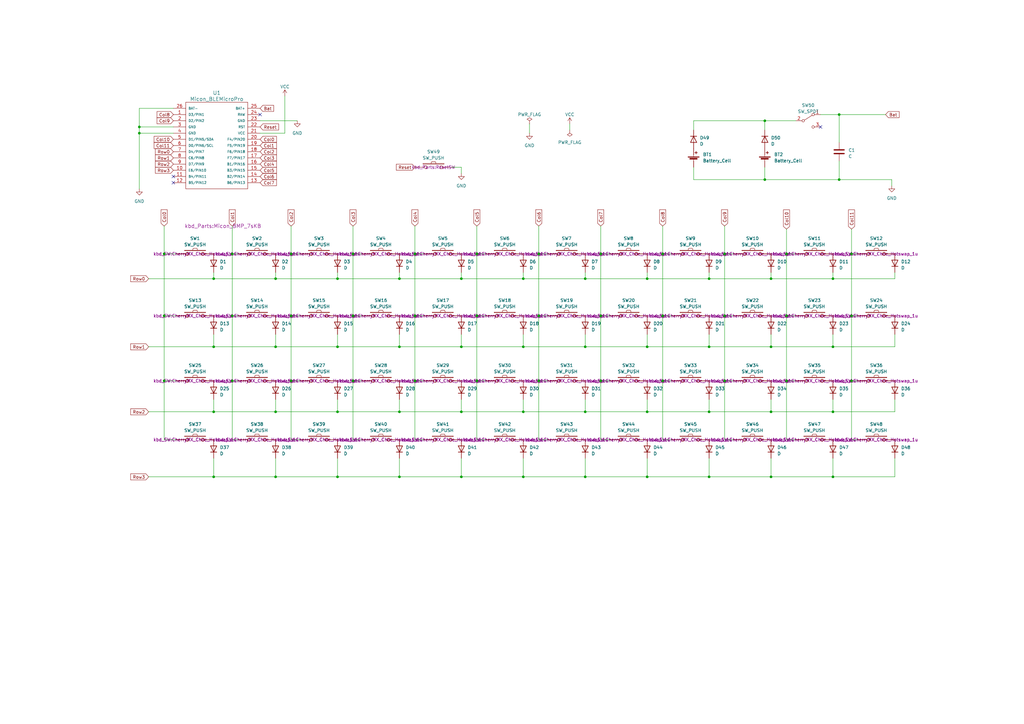
<source format=kicad_sch>
(kicad_sch (version 20230121) (generator eeschema)
  (paper "A3")
  (junction (at 163.83 168.91))
  (junction (at 189.23 195.58))
  (junction (at 57.15 54.61))
  (junction (at 113.03 114.3))
  (junction (at 240.03 195.58))
  (junction (at 119.38 156.21))
  (junction (at 297.18 104.14))
  (junction (at 189.23 114.3))
  (junction (at 316.23 168.91))
  (junction (at 163.83 114.3))
  (junction (at 316.23 142.24))
  (junction (at 144.78 104.14))
  (junction (at 322.58 156.21))
  (junction (at 113.03 195.58))
  (junction (at 138.43 142.24))
  (junction (at 138.43 168.91))
  (junction (at 246.38 156.21))
  (junction (at 144.78 129.54))
  (junction (at 271.78 129.54))
  (junction (at 344.17 73.66))
  (junction (at 297.18 129.54))
  (junction (at 87.63 142.24))
  (junction (at 119.38 104.14))
  (junction (at 297.18 156.21))
  (junction (at 138.43 114.3))
  (junction (at 195.58 129.54))
  (junction (at 265.43 142.24))
  (junction (at 341.63 142.24))
  (junction (at 113.03 142.24))
  (junction (at 290.83 168.91))
  (junction (at 240.03 168.91))
  (junction (at 240.03 114.3))
  (junction (at 271.78 104.14))
  (junction (at 214.63 195.58))
  (junction (at 220.98 156.21))
  (junction (at 163.83 195.58))
  (junction (at 341.63 195.58))
  (junction (at 95.25 129.54))
  (junction (at 240.03 142.24))
  (junction (at 170.18 104.14))
  (junction (at 144.78 156.21))
  (junction (at 87.63 168.91))
  (junction (at 246.38 104.14))
  (junction (at 271.78 156.21))
  (junction (at 220.98 129.54))
  (junction (at 119.38 129.54))
  (junction (at 265.43 195.58))
  (junction (at 195.58 104.14))
  (junction (at 290.83 195.58))
  (junction (at 57.15 52.07))
  (junction (at 113.03 168.91))
  (junction (at 322.58 129.54))
  (junction (at 95.25 156.21))
  (junction (at 322.58 104.14))
  (junction (at 138.43 195.58))
  (junction (at 189.23 142.24))
  (junction (at 195.58 156.21))
  (junction (at 67.31 104.14))
  (junction (at 349.25 129.54))
  (junction (at 67.31 156.21))
  (junction (at 290.83 114.3))
  (junction (at 349.25 104.14))
  (junction (at 95.25 104.14))
  (junction (at 189.23 168.91))
  (junction (at 313.69 73.66))
  (junction (at 67.31 129.54))
  (junction (at 170.18 129.54))
  (junction (at 87.63 114.3))
  (junction (at 214.63 142.24))
  (junction (at 265.43 168.91))
  (junction (at 341.63 168.91))
  (junction (at 265.43 114.3))
  (junction (at 290.83 142.24))
  (junction (at 163.83 142.24))
  (junction (at 87.63 195.58))
  (junction (at 246.38 129.54))
  (junction (at 349.25 156.21))
  (junction (at 170.18 156.21))
  (junction (at 220.98 104.14))
  (junction (at 214.63 168.91))
  (junction (at 316.23 114.3))
  (junction (at 316.23 195.58))
  (junction (at 214.63 114.3))
  (junction (at 341.63 114.3))
  (junction (at 344.17 46.99))
  (junction (at 313.69 49.53))
  (no_connect (at 106.68 46.99))
  (no_connect (at 71.12 72.39))
  (no_connect (at 71.12 74.93))
  (no_connect (at 336.55 52.07))
  (wire (pts (xy 341.63 168.91) (xy 367.03 168.91)))
  (wire (pts (xy 271.78 156.21) (xy 271.78 180.34)))
  (wire (pts (xy 265.43 137.16) (xy 265.43 142.24)))
  (wire (pts (xy 297.18 104.14) (xy 300.99 104.14)))
  (wire (pts (xy 290.83 111.76) (xy 290.83 114.3)))
  (wire (pts (xy 67.31 180.34) (xy 72.39 180.34)))
  (wire (pts (xy 57.15 44.45) (xy 57.15 52.07)))
  (wire (pts (xy 284.48 73.66) (xy 313.69 73.66)))
  (wire (pts (xy 113.03 187.96) (xy 113.03 195.58)))
  (wire (pts (xy 214.63 111.76) (xy 214.63 114.3)))
  (wire (pts (xy 67.31 104.14) (xy 67.31 129.54)))
  (wire (pts (xy 233.68 50.8) (xy 233.68 53.34)))
  (wire (pts (xy 195.58 156.21) (xy 195.58 180.34)))
  (wire (pts (xy 349.25 104.14) (xy 351.79 104.14)))
  (wire (pts (xy 119.38 129.54) (xy 119.38 156.21)))
  (wire (pts (xy 214.63 137.16) (xy 214.63 142.24)))
  (wire (pts (xy 322.58 104.14) (xy 322.58 129.54)))
  (wire (pts (xy 365.76 73.66) (xy 365.76 76.2)))
  (wire (pts (xy 316.23 187.96) (xy 316.23 195.58)))
  (wire (pts (xy 341.63 111.76) (xy 341.63 114.3)))
  (wire (pts (xy 220.98 104.14) (xy 224.79 104.14)))
  (wire (pts (xy 367.03 187.96) (xy 367.03 195.58)))
  (wire (pts (xy 87.63 111.76) (xy 87.63 114.3)))
  (wire (pts (xy 322.58 156.21) (xy 322.58 180.34)))
  (wire (pts (xy 290.83 195.58) (xy 316.23 195.58)))
  (wire (pts (xy 349.25 129.54) (xy 351.79 129.54)))
  (wire (pts (xy 316.23 137.16) (xy 316.23 142.24)))
  (wire (pts (xy 119.38 92.71) (xy 119.38 104.14)))
  (wire (pts (xy 170.18 129.54) (xy 173.99 129.54)))
  (wire (pts (xy 163.83 163.83) (xy 163.83 168.91)))
  (wire (pts (xy 185.42 68.58) (xy 189.23 68.58)))
  (wire (pts (xy 87.63 163.83) (xy 87.63 168.91)))
  (wire (pts (xy 220.98 180.34) (xy 224.79 180.34)))
  (wire (pts (xy 349.25 180.34) (xy 351.79 180.34)))
  (wire (pts (xy 116.84 39.37) (xy 116.84 54.61)))
  (wire (pts (xy 138.43 111.76) (xy 138.43 114.3)))
  (wire (pts (xy 95.25 180.34) (xy 97.79 180.34)))
  (wire (pts (xy 95.25 156.21) (xy 97.79 156.21)))
  (wire (pts (xy 246.38 156.21) (xy 246.38 180.34)))
  (wire (pts (xy 246.38 92.71) (xy 246.38 104.14)))
  (wire (pts (xy 220.98 156.21) (xy 224.79 156.21)))
  (wire (pts (xy 240.03 168.91) (xy 265.43 168.91)))
  (wire (pts (xy 271.78 180.34) (xy 275.59 180.34)))
  (wire (pts (xy 113.03 142.24) (xy 138.43 142.24)))
  (wire (pts (xy 195.58 92.71) (xy 195.58 104.14)))
  (wire (pts (xy 95.25 104.14) (xy 97.79 104.14)))
  (wire (pts (xy 113.03 111.76) (xy 113.03 114.3)))
  (wire (pts (xy 220.98 129.54) (xy 224.79 129.54)))
  (wire (pts (xy 144.78 92.71) (xy 144.78 104.14)))
  (wire (pts (xy 144.78 104.14) (xy 148.59 104.14)))
  (wire (pts (xy 271.78 92.71) (xy 271.78 104.14)))
  (wire (pts (xy 341.63 142.24) (xy 367.03 142.24)))
  (wire (pts (xy 67.31 156.21) (xy 72.39 156.21)))
  (wire (pts (xy 138.43 195.58) (xy 163.83 195.58)))
  (wire (pts (xy 316.23 163.83) (xy 316.23 168.91)))
  (wire (pts (xy 246.38 129.54) (xy 250.19 129.54)))
  (wire (pts (xy 240.03 187.96) (xy 240.03 195.58)))
  (wire (pts (xy 240.03 163.83) (xy 240.03 168.91)))
  (wire (pts (xy 144.78 129.54) (xy 144.78 156.21)))
  (wire (pts (xy 95.25 92.71) (xy 95.25 104.14)))
  (wire (pts (xy 284.48 49.53) (xy 313.69 49.53)))
  (wire (pts (xy 163.83 168.91) (xy 189.23 168.91)))
  (wire (pts (xy 214.63 142.24) (xy 240.03 142.24)))
  (wire (pts (xy 189.23 168.91) (xy 214.63 168.91)))
  (wire (pts (xy 316.23 195.58) (xy 341.63 195.58)))
  (wire (pts (xy 170.18 180.34) (xy 173.99 180.34)))
  (wire (pts (xy 220.98 129.54) (xy 220.98 156.21)))
  (wire (pts (xy 170.18 129.54) (xy 170.18 156.21)))
  (wire (pts (xy 297.18 156.21) (xy 300.99 156.21)))
  (wire (pts (xy 240.03 142.24) (xy 265.43 142.24)))
  (wire (pts (xy 271.78 129.54) (xy 275.59 129.54)))
  (wire (pts (xy 284.48 49.53) (xy 284.48 53.34)))
  (wire (pts (xy 170.18 92.71) (xy 170.18 104.14)))
  (wire (pts (xy 322.58 93.98) (xy 322.58 104.14)))
  (wire (pts (xy 87.63 195.58) (xy 113.03 195.58)))
  (wire (pts (xy 163.83 137.16) (xy 163.83 142.24)))
  (wire (pts (xy 313.69 49.53) (xy 326.39 49.53)))
  (wire (pts (xy 113.03 168.91) (xy 138.43 168.91)))
  (wire (pts (xy 220.98 104.14) (xy 220.98 129.54)))
  (wire (pts (xy 189.23 137.16) (xy 189.23 142.24)))
  (wire (pts (xy 290.83 142.24) (xy 316.23 142.24)))
  (wire (pts (xy 119.38 156.21) (xy 119.38 180.34)))
  (wire (pts (xy 163.83 114.3) (xy 189.23 114.3)))
  (wire (pts (xy 246.38 104.14) (xy 246.38 129.54)))
  (wire (pts (xy 195.58 156.21) (xy 199.39 156.21)))
  (wire (pts (xy 341.63 114.3) (xy 367.03 114.3)))
  (wire (pts (xy 57.15 52.07) (xy 71.12 52.07)))
  (wire (pts (xy 246.38 156.21) (xy 250.19 156.21)))
  (wire (pts (xy 322.58 129.54) (xy 326.39 129.54)))
  (wire (pts (xy 367.03 163.83) (xy 367.03 168.91)))
  (wire (pts (xy 67.31 129.54) (xy 72.39 129.54)))
  (wire (pts (xy 214.63 114.3) (xy 240.03 114.3)))
  (wire (pts (xy 119.38 180.34) (xy 123.19 180.34)))
  (wire (pts (xy 138.43 137.16) (xy 138.43 142.24)))
  (wire (pts (xy 341.63 163.83) (xy 341.63 168.91)))
  (wire (pts (xy 214.63 195.58) (xy 240.03 195.58)))
  (wire (pts (xy 170.18 156.21) (xy 170.18 180.34)))
  (wire (pts (xy 87.63 142.24) (xy 113.03 142.24)))
  (wire (pts (xy 113.03 137.16) (xy 113.03 142.24)))
  (wire (pts (xy 220.98 156.21) (xy 220.98 180.34)))
  (wire (pts (xy 367.03 137.16) (xy 367.03 142.24)))
  (wire (pts (xy 316.23 168.91) (xy 341.63 168.91)))
  (wire (pts (xy 322.58 129.54) (xy 322.58 156.21)))
  (wire (pts (xy 60.96 114.3) (xy 87.63 114.3)))
  (wire (pts (xy 265.43 187.96) (xy 265.43 195.58)))
  (wire (pts (xy 163.83 195.58) (xy 189.23 195.58)))
  (wire (pts (xy 271.78 104.14) (xy 271.78 129.54)))
  (wire (pts (xy 189.23 163.83) (xy 189.23 168.91)))
  (wire (pts (xy 336.55 46.99) (xy 344.17 46.99)))
  (wire (pts (xy 144.78 180.34) (xy 148.59 180.34)))
  (wire (pts (xy 116.84 54.61) (xy 106.68 54.61)))
  (wire (pts (xy 189.23 195.58) (xy 214.63 195.58)))
  (wire (pts (xy 290.83 114.3) (xy 316.23 114.3)))
  (wire (pts (xy 246.38 180.34) (xy 250.19 180.34)))
  (wire (pts (xy 344.17 66.04) (xy 344.17 73.66)))
  (wire (pts (xy 246.38 129.54) (xy 246.38 156.21)))
  (wire (pts (xy 113.03 163.83) (xy 113.03 168.91)))
  (wire (pts (xy 67.31 129.54) (xy 67.31 156.21)))
  (wire (pts (xy 189.23 142.24) (xy 214.63 142.24)))
  (wire (pts (xy 95.25 104.14) (xy 95.25 129.54)))
  (wire (pts (xy 316.23 142.24) (xy 341.63 142.24)))
  (wire (pts (xy 189.23 111.76) (xy 189.23 114.3)))
  (wire (pts (xy 367.03 111.76) (xy 367.03 114.3)))
  (wire (pts (xy 297.18 104.14) (xy 297.18 129.54)))
  (wire (pts (xy 246.38 104.14) (xy 250.19 104.14)))
  (wire (pts (xy 313.69 68.58) (xy 313.69 73.66)))
  (wire (pts (xy 349.25 156.21) (xy 349.25 180.34)))
  (wire (pts (xy 240.03 111.76) (xy 240.03 114.3)))
  (wire (pts (xy 60.96 168.91) (xy 87.63 168.91)))
  (wire (pts (xy 113.03 114.3) (xy 138.43 114.3)))
  (wire (pts (xy 313.69 73.66) (xy 344.17 73.66)))
  (wire (pts (xy 71.12 44.45) (xy 57.15 44.45)))
  (wire (pts (xy 87.63 168.91) (xy 113.03 168.91)))
  (wire (pts (xy 316.23 111.76) (xy 316.23 114.3)))
  (wire (pts (xy 138.43 114.3) (xy 163.83 114.3)))
  (wire (pts (xy 60.96 142.24) (xy 87.63 142.24)))
  (wire (pts (xy 138.43 142.24) (xy 163.83 142.24)))
  (wire (pts (xy 195.58 104.14) (xy 195.58 129.54)))
  (wire (pts (xy 95.25 129.54) (xy 97.79 129.54)))
  (wire (pts (xy 119.38 156.21) (xy 123.19 156.21)))
  (wire (pts (xy 119.38 104.14) (xy 123.19 104.14)))
  (wire (pts (xy 87.63 137.16) (xy 87.63 142.24)))
  (wire (pts (xy 349.25 104.14) (xy 349.25 129.54)))
  (wire (pts (xy 144.78 104.14) (xy 144.78 129.54)))
  (wire (pts (xy 119.38 129.54) (xy 123.19 129.54)))
  (wire (pts (xy 170.18 156.21) (xy 173.99 156.21)))
  (wire (pts (xy 322.58 180.34) (xy 326.39 180.34)))
  (wire (pts (xy 119.38 104.14) (xy 119.38 129.54)))
  (wire (pts (xy 214.63 187.96) (xy 214.63 195.58)))
  (wire (pts (xy 67.31 104.14) (xy 72.39 104.14)))
  (wire (pts (xy 106.68 49.53) (xy 121.92 49.53)))
  (wire (pts (xy 57.15 54.61) (xy 57.15 77.47)))
  (wire (pts (xy 290.83 137.16) (xy 290.83 142.24)))
  (wire (pts (xy 195.58 129.54) (xy 195.58 156.21)))
  (wire (pts (xy 67.31 92.71) (xy 67.31 104.14)))
  (wire (pts (xy 297.18 180.34) (xy 300.99 180.34)))
  (wire (pts (xy 297.18 156.21) (xy 297.18 180.34)))
  (wire (pts (xy 60.96 195.58) (xy 87.63 195.58)))
  (wire (pts (xy 214.63 168.91) (xy 240.03 168.91)))
  (wire (pts (xy 265.43 163.83) (xy 265.43 168.91)))
  (wire (pts (xy 189.23 114.3) (xy 214.63 114.3)))
  (wire (pts (xy 265.43 195.58) (xy 290.83 195.58)))
  (wire (pts (xy 265.43 168.91) (xy 290.83 168.91)))
  (wire (pts (xy 189.23 187.96) (xy 189.23 195.58)))
  (wire (pts (xy 344.17 46.99) (xy 344.17 58.42)))
  (wire (pts (xy 240.03 137.16) (xy 240.03 142.24)))
  (wire (pts (xy 297.18 129.54) (xy 297.18 156.21)))
  (wire (pts (xy 144.78 156.21) (xy 148.59 156.21)))
  (wire (pts (xy 220.98 92.71) (xy 220.98 104.14)))
  (wire (pts (xy 290.83 163.83) (xy 290.83 168.91)))
  (wire (pts (xy 138.43 163.83) (xy 138.43 168.91)))
  (wire (pts (xy 214.63 163.83) (xy 214.63 168.91)))
  (wire (pts (xy 195.58 129.54) (xy 199.39 129.54)))
  (wire (pts (xy 265.43 114.3) (xy 290.83 114.3)))
  (wire (pts (xy 195.58 104.14) (xy 199.39 104.14)))
  (wire (pts (xy 265.43 142.24) (xy 290.83 142.24)))
  (wire (pts (xy 189.23 68.58) (xy 189.23 71.12)))
  (wire (pts (xy 138.43 187.96) (xy 138.43 195.58)))
  (wire (pts (xy 57.15 54.61) (xy 71.12 54.61)))
  (wire (pts (xy 290.83 187.96) (xy 290.83 195.58)))
  (wire (pts (xy 322.58 104.14) (xy 326.39 104.14)))
  (wire (pts (xy 344.17 46.99) (xy 363.22 46.99)))
  (wire (pts (xy 271.78 104.14) (xy 275.59 104.14)))
  (wire (pts (xy 95.25 156.21) (xy 95.25 180.34)))
  (wire (pts (xy 95.25 129.54) (xy 95.25 156.21)))
  (wire (pts (xy 271.78 156.21) (xy 275.59 156.21)))
  (wire (pts (xy 87.63 114.3) (xy 113.03 114.3)))
  (wire (pts (xy 341.63 137.16) (xy 341.63 142.24)))
  (wire (pts (xy 290.83 168.91) (xy 316.23 168.91)))
  (wire (pts (xy 316.23 114.3) (xy 341.63 114.3)))
  (wire (pts (xy 265.43 111.76) (xy 265.43 114.3)))
  (wire (pts (xy 163.83 142.24) (xy 189.23 142.24)))
  (wire (pts (xy 344.17 73.66) (xy 365.76 73.66)))
  (wire (pts (xy 217.17 50.8) (xy 217.17 54.61)))
  (wire (pts (xy 284.48 73.66) (xy 284.48 68.58)))
  (wire (pts (xy 67.31 156.21) (xy 67.31 180.34)))
  (wire (pts (xy 170.18 104.14) (xy 173.99 104.14)))
  (wire (pts (xy 341.63 195.58) (xy 367.03 195.58)))
  (wire (pts (xy 297.18 129.54) (xy 300.99 129.54)))
  (wire (pts (xy 138.43 168.91) (xy 163.83 168.91)))
  (wire (pts (xy 163.83 111.76) (xy 163.83 114.3)))
  (wire (pts (xy 313.69 53.34) (xy 313.69 49.53)))
  (wire (pts (xy 144.78 129.54) (xy 148.59 129.54)))
  (wire (pts (xy 349.25 93.98) (xy 349.25 104.14)))
  (wire (pts (xy 170.18 104.14) (xy 170.18 129.54)))
  (wire (pts (xy 57.15 52.07) (xy 57.15 54.61)))
  (wire (pts (xy 349.25 156.21) (xy 351.79 156.21)))
  (wire (pts (xy 163.83 187.96) (xy 163.83 195.58)))
  (wire (pts (xy 341.63 187.96) (xy 341.63 195.58)))
  (wire (pts (xy 240.03 195.58) (xy 265.43 195.58)))
  (wire (pts (xy 113.03 195.58) (xy 138.43 195.58)))
  (wire (pts (xy 349.25 129.54) (xy 349.25 156.21)))
  (wire (pts (xy 297.18 92.71) (xy 297.18 104.14)))
  (wire (pts (xy 87.63 187.96) (xy 87.63 195.58)))
  (wire (pts (xy 271.78 129.54) (xy 271.78 156.21)))
  (wire (pts (xy 144.78 156.21) (xy 144.78 180.34)))
  (wire (pts (xy 322.58 156.21) (xy 326.39 156.21)))
  (wire (pts (xy 240.03 114.3) (xy 265.43 114.3)))
  (wire (pts (xy 195.58 180.34) (xy 199.39 180.34)))
  (global_label "Row0" (shape input) (at 71.12 62.23 180) (property "Intersheetrefs" "${INTERSHEET_REFS}" (effects hide)))
  (global_label "Col10" (shape input) (at 322.58 93.98 90) (property "Intersheetrefs" "${INTERSHEET_REFS}" (effects hide)))
  (global_label "Col1" (shape input) (at 95.25 92.71 90) (property "Intersheetrefs" "${INTERSHEET_REFS}" (effects hide)))
  (global_label "Reset" (shape input) (at 170.18 68.58 180) (property "Intersheetrefs" "${INTERSHEET_REFS}" (effects hide)))
  (global_label "Col0" (shape input) (at 67.31 92.71 90) (property "Intersheetrefs" "${INTERSHEET_REFS}" (effects hide)))
  (global_label "Col8" (shape input) (at 71.12 46.99 180) (property "Intersheetrefs" "${INTERSHEET_REFS}" (effects hide)))
  (global_label "Bat" (shape input) (at 106.68 44.45 0) (property "Intersheetrefs" "${INTERSHEET_REFS}" (effects hide)))
  (global_label "Col4" (shape input) (at 170.18 92.71 90) (property "Intersheetrefs" "${INTERSHEET_REFS}" (effects hide)))
  (global_label "Col9" (shape input) (at 297.18 92.71 90) (property "Intersheetrefs" "${INTERSHEET_REFS}" (effects hide)))
  (global_label "Col0" (shape input) (at 106.68 57.15 0) (property "Intersheetrefs" "${INTERSHEET_REFS}" (effects hide)))
  (global_label "Col6" (shape input) (at 220.98 92.71 90) (property "Intersheetrefs" "${INTERSHEET_REFS}" (effects hide)))
  (global_label "Col10" (shape input) (at 71.12 57.15 180) (property "Intersheetrefs" "${INTERSHEET_REFS}" (effects hide)))
  (global_label "Row3" (shape input) (at 60.96 195.58 180) (property "Intersheetrefs" "${INTERSHEET_REFS}" (effects hide)))
  (global_label "Row2" (shape input) (at 60.96 168.91 180) (property "Intersheetrefs" "${INTERSHEET_REFS}" (effects hide)))
  (global_label "Col6" (shape input) (at 106.68 72.39 0) (property "Intersheetrefs" "${INTERSHEET_REFS}" (effects hide)))
  (global_label "Col2" (shape input) (at 119.38 92.71 90) (property "Intersheetrefs" "${INTERSHEET_REFS}" (effects hide)))
  (global_label "Col3" (shape input) (at 144.78 92.71 90) (property "Intersheetrefs" "${INTERSHEET_REFS}" (effects hide)))
  (global_label "Bat" (shape input) (at 363.22 46.99 0) (property "Intersheetrefs" "${INTERSHEET_REFS}" (effects hide)))
  (global_label "Row1" (shape input) (at 71.12 64.77 180) (property "Intersheetrefs" "${INTERSHEET_REFS}" (effects hide)))
  (global_label "Row2" (shape input) (at 71.12 67.31 180) (property "Intersheetrefs" "${INTERSHEET_REFS}" (effects hide)))
  (global_label "Row3" (shape input) (at 71.12 69.85 180) (property "Intersheetrefs" "${INTERSHEET_REFS}" (effects hide)))
  (global_label "Col11" (shape input) (at 349.25 93.98 90) (property "Intersheetrefs" "${INTERSHEET_REFS}" (effects hide)))
  (global_label "Col3" (shape input) (at 106.68 64.77 0) (property "Intersheetrefs" "${INTERSHEET_REFS}" (effects hide)))
  (global_label "Col5" (shape input) (at 106.68 69.85 0) (property "Intersheetrefs" "${INTERSHEET_REFS}" (effects hide)))
  (global_label "Row0" (shape input) (at 60.96 114.3 180) (property "Intersheetrefs" "${INTERSHEET_REFS}" (effects hide)))
  (global_label "Col11" (shape input) (at 71.12 59.69 180) (property "Intersheetrefs" "${INTERSHEET_REFS}" (effects hide)))
  (global_label "Col5" (shape input) (at 195.58 92.71 90) (property "Intersheetrefs" "${INTERSHEET_REFS}" (effects hide)))
  (global_label "Col7" (shape input) (at 246.38 92.71 90) (property "Intersheetrefs" "${INTERSHEET_REFS}" (effects hide)))
  (global_label "Col9" (shape input) (at 71.12 49.53 180) (property "Intersheetrefs" "${INTERSHEET_REFS}" (effects hide)))
  (global_label "Col8" (shape input) (at 271.78 92.71 90) (property "Intersheetrefs" "${INTERSHEET_REFS}" (effects hide)))
  (global_label "Reset" (shape input) (at 106.68 52.07 0) (property "Intersheetrefs" "${INTERSHEET_REFS}" (effects hide)))
  (global_label "Col2" (shape input) (at 106.68 62.23 0) (property "Intersheetrefs" "${INTERSHEET_REFS}" (effects hide)))
  (global_label "Col4" (shape input) (at 106.68 67.31 0) (property "Intersheetrefs" "${INTERSHEET_REFS}" (effects hide)))
  (global_label "Col7" (shape input) (at 106.68 74.93 0) (property "Intersheetrefs" "${INTERSHEET_REFS}" (effects hide)))
  (global_label "Col1" (shape input) (at 106.68 59.69 0) (property "Intersheetrefs" "${INTERSHEET_REFS}" (effects hide)))
  (global_label "Row1" (shape input) (at 60.96 142.24 180) (property "Intersheetrefs" "${INTERSHEET_REFS}" (effects hide)))
  (symbol (lib_id "kbd:SW_PUSH") (at 257.81 180.34 0) (unit 1)
    (property "Reference" "SW44" (at 257.81 173.99 0))
    (property "Value" "SW_PUSH" (at 257.81 176.53 0))
    (property "Footprint" "kbd_SW:CherryMX_Choc_Hotswap_1u" (at 257.81 180.34 0))
  )
  (symbol (lib_id "Device:D") (at 290.83 107.95 90) (unit 1)
    (property "Reference" "D9" (at 293.37 107.315 90) (effects (justify right)))
    (property "Value" "D" (at 293.37 109.855 90) (effects (justify right)))
    (property "Footprint" "kbd_Parts:Diode_SMD" (effects hide))
    (property "Sim.Device" "D" (effects hide))
    (property "Sim.Pins" "1=K 2=A" (effects hide))
  )
  (symbol (lib_id "Device:D") (at 189.23 160.02 90) (unit 1)
    (property "Reference" "D29" (at 191.77 159.385 90) (effects (justify right)))
    (property "Value" "D" (at 191.77 161.925 90) (effects (justify right)))
    (property "Footprint" "kbd_Parts:Diode_SMD" (effects hide))
    (property "Sim.Device" "D" (effects hide))
    (property "Sim.Pins" "1=K 2=A" (effects hide))
  )
  (symbol (lib_id "kbd:SW_PUSH") (at 156.21 156.21 0) (unit 1)
    (property "Reference" "SW28" (at 156.21 149.86 0))
    (property "Value" "SW_PUSH" (at 156.21 152.4 0))
    (property "Footprint" "kbd_SW:CherryMX_Choc_Hotswap_1u" (at 156.21 156.21 0))
  )
  (symbol (lib_id "kbd:SW_PUSH") (at 177.8 68.58 0) (unit 1)
    (property "Reference" "SW49" (at 177.8 62.23 0))
    (property "Value" "SW_PUSH" (at 177.8 64.77 0))
    (property "Footprint" "kbd_Parts:ResetSW" (at 177.8 68.58 0))
  )
  (symbol (lib_id "Device:D") (at 214.63 133.35 90) (unit 1)
    (property "Reference" "D18" (at 217.17 132.715 90) (effects (justify right)))
    (property "Value" "D" (at 217.17 135.255 90) (effects (justify right)))
    (property "Footprint" "kbd_Parts:Diode_SMD" (effects hide))
    (property "Sim.Device" "D" (effects hide))
    (property "Sim.Pins" "1=K 2=A" (effects hide))
  )
  (symbol (lib_id "power:GND") (at 217.17 54.61 0) (unit 1)
    (property "Reference" "#PWR04" (effects hide))
    (property "Value" "GND" (at 217.17 59.69 0))
  )
  (symbol (lib_id "power:GND") (at 189.23 71.12 0) (unit 1)
    (property "Reference" "#PWR07" (effects hide))
    (property "Value" "GND" (at 189.23 76.2 0))
  )
  (symbol (lib_id "Salicylic_kbd:Micon_BLEMicroPro") (at 88.9 66.04 0) (unit 1)
    (property "Reference" "U1" (at 88.9 38.1 0) (effects (font (size 1.524 1.524))))
    (property "Value" "Micon_BLEMicroPro" (at 88.9 40.64 0) (effects (font (size 1.524 1.524))))
    (property "Footprint" "kbd_Parts:Micon_BMP_7sKB" (at 91.44 92.71 0) (effects (font (size 1.524 1.524))))
  )
  (symbol (lib_id "kbd:SW_PUSH") (at 207.01 180.34 0) (unit 1)
    (property "Reference" "SW42" (at 207.01 173.99 0))
    (property "Value" "SW_PUSH" (at 207.01 176.53 0))
    (property "Footprint" "kbd_SW:CherryMX_Choc_Hotswap_1u" (at 207.01 180.34 0))
  )
  (symbol (lib_id "kbd:SW_PUSH") (at 130.81 156.21 0) (unit 1)
    (property "Reference" "SW27" (at 130.81 149.86 0))
    (property "Value" "SW_PUSH" (at 130.81 152.4 0))
    (property "Footprint" "kbd_SW:CherryMX_Choc_Hotswap_1u" (at 130.81 156.21 0))
  )
  (symbol (lib_id "Device:D") (at 113.03 107.95 90) (unit 1)
    (property "Reference" "D2" (at 115.57 107.315 90) (effects (justify right)))
    (property "Value" "D" (at 115.57 109.855 90) (effects (justify right)))
    (property "Footprint" "kbd_Parts:Diode_SMD" (effects hide))
    (property "Sim.Device" "D" (effects hide))
    (property "Sim.Pins" "1=K 2=A" (effects hide))
  )
  (symbol (lib_id "power:GND") (at 121.92 49.53 0) (unit 1)
    (property "Reference" "#PWR03" (effects hide))
    (property "Value" "GND" (at 121.92 54.61 0))
  )
  (symbol (lib_id "kbd:SW_PUSH") (at 130.81 104.14 0) (unit 1)
    (property "Reference" "SW3" (at 130.81 97.79 0))
    (property "Value" "SW_PUSH" (at 130.81 100.33 0))
    (property "Footprint" "kbd_SW:CherryMX_Choc_Hotswap_1u" (at 130.81 104.14 0))
  )
  (symbol (lib_id "Switch:SW_SPDT") (at 331.47 49.53 0) (unit 1)
    (property "Reference" "SW50" (at 331.47 43.18 0))
    (property "Value" "SW_SPDT" (at 331.47 45.72 0))
    (property "Footprint" "kbd_Parts:TGSW_MSK-12D19" (effects hide))
  )
  (symbol (lib_id "Device:D") (at 367.03 160.02 90) (unit 1)
    (property "Reference" "D36" (at 369.57 159.385 90) (effects (justify right)))
    (property "Value" "D" (at 369.57 161.925 90) (effects (justify right)))
    (property "Footprint" "kbd_Parts:Diode_SMD" (effects hide))
    (property "Sim.Device" "D" (effects hide))
    (property "Sim.Pins" "1=K 2=A" (effects hide))
  )
  (symbol (lib_id "Device:D") (at 163.83 107.95 90) (unit 1)
    (property "Reference" "D4" (at 166.37 107.315 90) (effects (justify right)))
    (property "Value" "D" (at 166.37 109.855 90) (effects (justify right)))
    (property "Footprint" "kbd_Parts:Diode_SMD" (effects hide))
    (property "Sim.Device" "D" (effects hide))
    (property "Sim.Pins" "1=K 2=A" (effects hide))
  )
  (symbol (lib_id "Device:D") (at 214.63 107.95 90) (unit 1)
    (property "Reference" "D6" (at 217.17 107.315 90) (effects (justify right)))
    (property "Value" "D" (at 217.17 109.855 90) (effects (justify right)))
    (property "Footprint" "kbd_Parts:Diode_SMD" (effects hide))
    (property "Sim.Device" "D" (effects hide))
    (property "Sim.Pins" "1=K 2=A" (effects hide))
  )
  (symbol (lib_id "kbd:SW_PUSH") (at 181.61 129.54 0) (unit 1)
    (property "Reference" "SW17" (at 181.61 123.19 0))
    (property "Value" "SW_PUSH" (at 181.61 125.73 0))
    (property "Footprint" "kbd_SW:CherryMX_Choc_Hotswap_1u" (at 181.61 129.54 0))
  )
  (symbol (lib_id "Device:D") (at 367.03 107.95 90) (unit 1)
    (property "Reference" "D12" (at 369.57 107.315 90) (effects (justify right)))
    (property "Value" "D" (at 369.57 109.855 90) (effects (justify right)))
    (property "Footprint" "kbd_Parts:Diode_SMD" (effects hide))
    (property "Sim.Device" "D" (effects hide))
    (property "Sim.Pins" "1=K 2=A" (effects hide))
  )
  (symbol (lib_id "kbd:SW_PUSH") (at 359.41 129.54 0) (unit 1)
    (property "Reference" "SW24" (at 359.41 123.19 0))
    (property "Value" "SW_PUSH" (at 359.41 125.73 0))
    (property "Footprint" "kbd_SW:CherryMX_Choc_Hotswap_1u" (at 359.41 129.54 0))
  )
  (symbol (lib_id "kbd:SW_PUSH") (at 257.81 104.14 0) (unit 1)
    (property "Reference" "SW8" (at 257.81 97.79 0))
    (property "Value" "SW_PUSH" (at 257.81 100.33 0))
    (property "Footprint" "kbd_SW:CherryMX_Choc_Hotswap_1u" (at 257.81 104.14 0))
  )
  (symbol (lib_id "Device:C") (at 344.17 62.23 0) (unit 1)
    (property "Reference" "C1" (at 347.98 61.595 0) (effects (justify left)))
    (property "Value" "C" (at 347.98 64.135 0) (effects (justify left)))
    (property "Footprint" "kbd_Parts:Capacitor_1206" (effects hide))
  )
  (symbol (lib_id "Device:D") (at 163.83 184.15 90) (unit 1)
    (property "Reference" "D40" (at 166.37 183.515 90) (effects (justify right)))
    (property "Value" "D" (at 166.37 186.055 90) (effects (justify right)))
    (property "Footprint" "kbd_Parts:Diode_SMD" (effects hide))
    (property "Sim.Device" "D" (effects hide))
    (property "Sim.Pins" "1=K 2=A" (effects hide))
  )
  (symbol (lib_id "kbd:SW_PUSH") (at 80.01 180.34 0) (unit 1)
    (property "Reference" "SW37" (at 80.01 173.99 0))
    (property "Value" "SW_PUSH" (at 80.01 176.53 0))
    (property "Footprint" "kbd_SW:CherryMX_Choc_Hotswap_1u" (at 80.01 180.34 0))
  )
  (symbol (lib_id "power:GND") (at 57.15 77.47 0) (unit 1)
    (property "Reference" "#PWR01" (effects hide))
    (property "Value" "GND" (at 57.15 82.55 0))
  )
  (symbol (lib_id "kbd:SW_PUSH") (at 283.21 180.34 0) (unit 1)
    (property "Reference" "SW45" (at 283.21 173.99 0))
    (property "Value" "SW_PUSH" (at 283.21 176.53 0))
    (property "Footprint" "kbd_SW:CherryMX_Choc_Hotswap_1u" (at 283.21 180.34 0))
  )
  (symbol (lib_id "Device:D") (at 265.43 160.02 90) (unit 1)
    (property "Reference" "D32" (at 267.97 159.385 90) (effects (justify right)))
    (property "Value" "D" (at 267.97 161.925 90) (effects (justify right)))
    (property "Footprint" "kbd_Parts:Diode_SMD" (effects hide))
    (property "Sim.Device" "D" (effects hide))
    (property "Sim.Pins" "1=K 2=A" (effects hide))
  )
  (symbol (lib_id "Device:D") (at 341.63 107.95 90) (unit 1)
    (property "Reference" "D11" (at 344.17 107.315 90) (effects (justify right)))
    (property "Value" "D" (at 344.17 109.855 90) (effects (justify right)))
    (property "Footprint" "kbd_Parts:Diode_SMD" (effects hide))
    (property "Sim.Device" "D" (effects hide))
    (property "Sim.Pins" "1=K 2=A" (effects hide))
  )
  (symbol (lib_id "power:PWR_FLAG") (at 233.68 53.34 180) (unit 1)
    (property "Reference" "#FLG02" (effects hide))
    (property "Value" "PWR_FLAG" (at 233.68 58.42 0))
  )
  (symbol (lib_id "kbd:SW_PUSH") (at 283.21 104.14 0) (unit 1)
    (property "Reference" "SW9" (at 283.21 97.79 0))
    (property "Value" "SW_PUSH" (at 283.21 100.33 0))
    (property "Footprint" "kbd_SW:CherryMX_Choc_Hotswap_1u" (at 283.21 104.14 0))
  )
  (symbol (lib_id "kbd:SW_PUSH") (at 257.81 156.21 0) (unit 1)
    (property "Reference" "SW32" (at 257.81 149.86 0))
    (property "Value" "SW_PUSH" (at 257.81 152.4 0))
    (property "Footprint" "kbd_SW:CherryMX_Choc_Hotswap_1u" (at 257.81 156.21 0))
  )
  (symbol (lib_id "Device:D") (at 313.69 57.15 270) (unit 1)
    (property "Reference" "D50" (at 316.23 56.515 90) (effects (justify left)))
    (property "Value" "D" (at 316.23 59.055 90) (effects (justify left)))
    (property "Footprint" "kbd_Parts:Diode_SMD" (effects hide))
    (property "Sim.Device" "D" (effects hide))
    (property "Sim.Pins" "1=K 2=A" (effects hide))
  )
  (symbol (lib_id "Device:D") (at 284.48 57.15 270) (unit 1)
    (property "Reference" "D49" (at 287.02 56.515 90) (effects (justify left)))
    (property "Value" "D" (at 287.02 59.055 90) (effects (justify left)))
    (property "Footprint" "kbd_Parts:Diode_SMD" (effects hide))
    (property "Sim.Device" "D" (effects hide))
    (property "Sim.Pins" "1=K 2=A" (effects hide))
  )
  (symbol (lib_id "Device:D") (at 87.63 107.95 90) (unit 1)
    (property "Reference" "D1" (at 90.17 107.315 90) (effects (justify right)))
    (property "Value" "D" (at 90.17 109.855 90) (effects (justify right)))
    (property "Footprint" "kbd_Parts:Diode_SMD" (effects hide))
    (property "Sim.Device" "D" (effects hide))
    (property "Sim.Pins" "1=K 2=A" (effects hide))
  )
  (symbol (lib_id "kbd:SW_PUSH") (at 232.41 156.21 0) (unit 1)
    (property "Reference" "SW31" (at 232.41 149.86 0))
    (property "Value" "SW_PUSH" (at 232.41 152.4 0))
    (property "Footprint" "kbd_SW:CherryMX_Choc_Hotswap_1u" (at 232.41 156.21 0))
  )
  (symbol (lib_id "Device:D") (at 189.23 107.95 90) (unit 1)
    (property "Reference" "D5" (at 191.77 107.315 90) (effects (justify right)))
    (property "Value" "D" (at 191.77 109.855 90) (effects (justify right)))
    (property "Footprint" "kbd_Parts:Diode_SMD" (effects hide))
    (property "Sim.Device" "D" (effects hide))
    (property "Sim.Pins" "1=K 2=A" (effects hide))
  )
  (symbol (lib_id "kbd:SW_PUSH") (at 130.81 180.34 0) (unit 1)
    (property "Reference" "SW39" (at 130.81 173.99 0))
    (property "Value" "SW_PUSH" (at 130.81 176.53 0))
    (property "Footprint" "kbd_SW:CherryMX_Choc_Hotswap_1u" (at 130.81 180.34 0))
  )
  (symbol (lib_id "kbd:SW_PUSH") (at 257.81 129.54 0) (unit 1)
    (property "Reference" "SW20" (at 257.81 123.19 0))
    (property "Value" "SW_PUSH" (at 257.81 125.73 0))
    (property "Footprint" "kbd_SW:CherryMX_Choc_Hotswap_1u" (at 257.81 129.54 0))
  )
  (symbol (lib_id "kbd:SW_PUSH") (at 232.41 104.14 0) (unit 1)
    (property "Reference" "SW7" (at 232.41 97.79 0))
    (property "Value" "SW_PUSH" (at 232.41 100.33 0))
    (property "Footprint" "kbd_SW:CherryMX_Choc_Hotswap_1u" (at 232.41 104.14 0))
  )
  (symbol (lib_id "Device:D") (at 341.63 160.02 90) (unit 1)
    (property "Reference" "D35" (at 344.17 159.385 90) (effects (justify right)))
    (property "Value" "D" (at 344.17 161.925 90) (effects (justify right)))
    (property "Footprint" "kbd_Parts:Diode_SMD" (effects hide))
    (property "Sim.Device" "D" (effects hide))
    (property "Sim.Pins" "1=K 2=A" (effects hide))
  )
  (symbol (lib_id "Device:D") (at 265.43 133.35 90) (unit 1)
    (property "Reference" "D20" (at 267.97 132.715 90) (effects (justify right)))
    (property "Value" "D" (at 267.97 135.255 90) (effects (justify right)))
    (property "Footprint" "kbd_Parts:Diode_SMD" (effects hide))
    (property "Sim.Device" "D" (effects hide))
    (property "Sim.Pins" "1=K 2=A" (effects hide))
  )
  (symbol (lib_id "kbd:SW_PUSH") (at 207.01 104.14 0) (unit 1)
    (property "Reference" "SW6" (at 207.01 97.79 0))
    (property "Value" "SW_PUSH" (at 207.01 100.33 0))
    (property "Footprint" "kbd_SW:CherryMX_Choc_Hotswap_1u" (at 207.01 104.14 0))
  )
  (symbol (lib_id "kbd:SW_PUSH") (at 232.41 180.34 0) (unit 1)
    (property "Reference" "SW43" (at 232.41 173.99 0))
    (property "Value" "SW_PUSH" (at 232.41 176.53 0))
    (property "Footprint" "kbd_SW:CherryMX_Choc_Hotswap_1u" (at 232.41 180.34 0))
  )
  (symbol (lib_id "kbd:SW_PUSH") (at 283.21 129.54 0) (unit 1)
    (property "Reference" "SW21" (at 283.21 123.19 0))
    (property "Value" "SW_PUSH" (at 283.21 125.73 0))
    (property "Footprint" "kbd_SW:CherryMX_Choc_Hotswap_1u" (at 283.21 129.54 0))
  )
  (symbol (lib_id "kbd:SW_PUSH") (at 359.41 156.21 0) (unit 1)
    (property "Reference" "SW36" (at 359.41 149.86 0))
    (property "Value" "SW_PUSH" (at 359.41 152.4 0))
    (property "Footprint" "kbd_SW:CherryMX_Choc_Hotswap_1u" (at 359.41 156.21 0))
  )
  (symbol (lib_id "Device:Battery_Cell") (at 313.69 66.04 0) (unit 1)
    (property "Reference" "BT2" (at 317.5 63.373 0) (effects (justify left)))
    (property "Value" "Battery_Cell" (at 317.5 65.913 0) (effects (justify left)))
    (property "Footprint" "kbd_Parts:Battery_ali_CR1632" (effects hide))
  )
  (symbol (lib_id "Device:D") (at 138.43 184.15 90) (unit 1)
    (property "Reference" "D39" (at 140.97 183.515 90) (effects (justify right)))
    (property "Value" "D" (at 140.97 186.055 90) (effects (justify right)))
    (property "Footprint" "kbd_Parts:Diode_SMD" (effects hide))
    (property "Sim.Device" "D" (effects hide))
    (property "Sim.Pins" "1=K 2=A" (effects hide))
  )
  (symbol (lib_id "Device:D") (at 341.63 133.35 90) (unit 1)
    (property "Reference" "D23" (at 344.17 132.715 90) (effects (justify right)))
    (property "Value" "D" (at 344.17 135.255 90) (effects (justify right)))
    (property "Footprint" "kbd_Parts:Diode_SMD" (effects hide))
    (property "Sim.Device" "D" (effects hide))
    (property "Sim.Pins" "1=K 2=A" (effects hide))
  )
  (symbol (lib_id "kbd:SW_PUSH") (at 232.41 129.54 0) (unit 1)
    (property "Reference" "SW19" (at 232.41 123.19 0))
    (property "Value" "SW_PUSH" (at 232.41 125.73 0))
    (property "Footprint" "kbd_SW:CherryMX_Choc_Hotswap_1u" (at 232.41 129.54 0))
  )
  (symbol (lib_id "kbd:SW_PUSH") (at 80.01 104.14 0) (unit 1)
    (property "Reference" "SW1" (at 80.01 97.79 0))
    (property "Value" "SW_PUSH" (at 80.01 100.33 0))
    (property "Footprint" "kbd_SW:CherryMX_Choc_Hotswap_1u" (at 80.01 104.14 0))
  )
  (symbol (lib_id "Device:D") (at 138.43 133.35 90) (unit 1)
    (property "Reference" "D15" (at 140.97 132.715 90) (effects (justify right)))
    (property "Value" "D" (at 140.97 135.255 90) (effects (justify right)))
    (property "Footprint" "kbd_Parts:Diode_SMD" (effects hide))
    (property "Sim.Device" "D" (effects hide))
    (property "Sim.Pins" "1=K 2=A" (effects hide))
  )
  (symbol (lib_id "kbd:SW_PUSH") (at 334.01 129.54 0) (unit 1)
    (property "Reference" "SW23" (at 334.01 123.19 0))
    (property "Value" "SW_PUSH" (at 334.01 125.73 0))
    (property "Footprint" "kbd_SW:CherryMX_Choc_Hotswap_1u" (at 334.01 129.54 0))
  )
  (symbol (lib_id "Device:Battery_Cell") (at 284.48 66.04 0) (unit 1)
    (property "Reference" "BT1" (at 288.29 63.373 0) (effects (justify left)))
    (property "Value" "Battery_Cell" (at 288.29 65.913 0) (effects (justify left)))
    (property "Footprint" "kbd_Parts:Battery_ali_CR1632" (effects hide))
  )
  (symbol (lib_id "Device:D") (at 240.03 160.02 90) (unit 1)
    (property "Reference" "D31" (at 242.57 159.385 90) (effects (justify right)))
    (property "Value" "D" (at 242.57 161.925 90) (effects (justify right)))
    (property "Footprint" "kbd_Parts:Diode_SMD" (effects hide))
    (property "Sim.Device" "D" (effects hide))
    (property "Sim.Pins" "1=K 2=A" (effects hide))
  )
  (symbol (lib_id "Device:D") (at 341.63 184.15 90) (unit 1)
    (property "Reference" "D47" (at 344.17 183.515 90) (effects (justify right)))
    (property "Value" "D" (at 344.17 186.055 90) (effects (justify right)))
    (property "Footprint" "kbd_Parts:Diode_SMD" (effects hide))
    (property "Sim.Device" "D" (effects hide))
    (property "Sim.Pins" "1=K 2=A" (effects hide))
  )
  (symbol (lib_id "Device:D") (at 214.63 160.02 90) (unit 1)
    (property "Reference" "D30" (at 217.17 159.385 90) (effects (justify right)))
    (property "Value" "D" (at 217.17 161.925 90) (effects (justify right)))
    (property "Footprint" "kbd_Parts:Diode_SMD" (effects hide))
    (property "Sim.Device" "D" (effects hide))
    (property "Sim.Pins" "1=K 2=A" (effects hide))
  )
  (symbol (lib_id "Device:D") (at 189.23 133.35 90) (unit 1)
    (property "Reference" "D17" (at 191.77 132.715 90) (effects (justify right)))
    (property "Value" "D" (at 191.77 135.255 90) (effects (justify right)))
    (property "Footprint" "kbd_Parts:Diode_SMD" (effects hide))
    (property "Sim.Device" "D" (effects hide))
    (property "Sim.Pins" "1=K 2=A" (effects hide))
  )
  (symbol (lib_id "Device:D") (at 214.63 184.15 90) (unit 1)
    (property "Reference" "D42" (at 217.17 183.515 90) (effects (justify right)))
    (property "Value" "D" (at 217.17 186.055 90) (effects (justify right)))
    (property "Footprint" "kbd_Parts:Diode_SMD" (effects hide))
    (property "Sim.Device" "D" (effects hide))
    (property "Sim.Pins" "1=K 2=A" (effects hide))
  )
  (symbol (lib_id "kbd:SW_PUSH") (at 156.21 104.14 0) (unit 1)
    (property "Reference" "SW4" (at 156.21 97.79 0))
    (property "Value" "SW_PUSH" (at 156.21 100.33 0))
    (property "Footprint" "kbd_SW:CherryMX_Choc_Hotswap_1u" (at 156.21 104.14 0))
  )
  (symbol (lib_id "kbd:SW_PUSH") (at 308.61 156.21 0) (unit 1)
    (property "Reference" "SW34" (at 308.61 149.86 0))
    (property "Value" "SW_PUSH" (at 308.61 152.4 0))
    (property "Footprint" "kbd_SW:CherryMX_Choc_Hotswap_1u" (at 308.61 156.21 0))
  )
  (symbol (lib_id "power:VCC") (at 233.68 50.8 0) (unit 1)
    (property "Reference" "#PWR06" (effects hide))
    (property "Value" "VCC" (at 233.68 46.99 0))
  )
  (symbol (lib_id "Device:D") (at 290.83 133.35 90) (unit 1)
    (property "Reference" "D21" (at 293.37 132.715 90) (effects (justify right)))
    (property "Value" "D" (at 293.37 135.255 90) (effects (justify right)))
    (property "Footprint" "kbd_Parts:Diode_SMD" (effects hide))
    (property "Sim.Device" "D" (effects hide))
    (property "Sim.Pins" "1=K 2=A" (effects hide))
  )
  (symbol (lib_id "Device:D") (at 367.03 184.15 90) (unit 1)
    (property "Reference" "D48" (at 369.57 183.515 90) (effects (justify right)))
    (property "Value" "D" (at 369.57 186.055 90) (effects (justify right)))
    (property "Footprint" "kbd_Parts:Diode_SMD" (effects hide))
    (property "Sim.Device" "D" (effects hide))
    (property "Sim.Pins" "1=K 2=A" (effects hide))
  )
  (symbol (lib_id "kbd:SW_PUSH") (at 207.01 129.54 0) (unit 1)
    (property "Reference" "SW18" (at 207.01 123.19 0))
    (property "Value" "SW_PUSH" (at 207.01 125.73 0))
    (property "Footprint" "kbd_SW:CherryMX_Choc_Hotswap_1u" (at 207.01 129.54 0))
  )
  (symbol (lib_id "Device:D") (at 189.23 184.15 90) (unit 1)
    (property "Reference" "D41" (at 191.77 183.515 90) (effects (justify right)))
    (property "Value" "D" (at 191.77 186.055 90) (effects (justify right)))
    (property "Footprint" "kbd_Parts:Diode_SMD" (effects hide))
    (property "Sim.Device" "D" (effects hide))
    (property "Sim.Pins" "1=K 2=A" (effects hide))
  )
  (symbol (lib_id "Device:D") (at 113.03 160.02 90) (unit 1)
    (property "Reference" "D26" (at 115.57 159.385 90) (effects (justify right)))
    (property "Value" "D" (at 115.57 161.925 90) (effects (justify right)))
    (property "Footprint" "kbd_Parts:Diode_SMD" (effects hide))
    (property "Sim.Device" "D" (effects hide))
    (property "Sim.Pins" "1=K 2=A" (effects hide))
  )
  (symbol (lib_id "kbd:SW_PUSH") (at 181.61 104.14 0) (unit 1)
    (property "Reference" "SW5" (at 181.61 97.79 0))
    (property "Value" "SW_PUSH" (at 181.61 100.33 0))
    (property "Footprint" "kbd_SW:CherryMX_Choc_Hotswap_1u" (at 181.61 104.14 0))
  )
  (symbol (lib_id "kbd:SW_PUSH") (at 156.21 180.34 0) (unit 1)
    (property "Reference" "SW40" (at 156.21 173.99 0))
    (property "Value" "SW_PUSH" (at 156.21 176.53 0))
    (property "Footprint" "kbd_SW:CherryMX_Choc_Hotswap_1u" (at 156.21 180.34 0))
  )
  (symbol (lib_id "kbd:SW_PUSH") (at 105.41 156.21 0) (unit 1)
    (property "Reference" "SW26" (at 105.41 149.86 0))
    (property "Value" "SW_PUSH" (at 105.41 152.4 0))
    (property "Footprint" "kbd_SW:CherryMX_Choc_Hotswap_1u" (at 105.41 156.21 0))
  )
  (symbol (lib_id "kbd:SW_PUSH") (at 308.61 104.14 0) (unit 1)
    (property "Reference" "SW10" (at 308.61 97.79 0))
    (property "Value" "SW_PUSH" (at 308.61 100.33 0))
    (property "Footprint" "kbd_SW:CherryMX_Choc_Hotswap_1u" (at 308.61 104.14 0))
  )
  (symbol (lib_id "kbd:SW_PUSH") (at 130.81 129.54 0) (unit 1)
    (property "Reference" "SW15" (at 130.81 123.19 0))
    (property "Value" "SW_PUSH" (at 130.81 125.73 0))
    (property "Footprint" "kbd_SW:CherryMX_Choc_Hotswap_1u" (at 130.81 129.54 0))
  )
  (symbol (lib_id "Device:D") (at 240.03 184.15 90) (unit 1)
    (property "Reference" "D43" (at 242.57 183.515 90) (effects (justify right)))
    (property "Value" "D" (at 242.57 186.055 90) (effects (justify right)))
    (property "Footprint" "kbd_Parts:Diode_SMD" (effects hide))
    (property "Sim.Device" "D" (effects hide))
    (property "Sim.Pins" "1=K 2=A" (effects hide))
  )
  (symbol (lib_id "Device:D") (at 367.03 133.35 90) (unit 1)
    (property "Reference" "D24" (at 369.57 132.715 90) (effects (justify right)))
    (property "Value" "D" (at 369.57 135.255 90) (effects (justify right)))
    (property "Footprint" "kbd_Parts:Diode_SMD" (effects hide))
    (property "Sim.Device" "D" (effects hide))
    (property "Sim.Pins" "1=K 2=A" (effects hide))
  )
  (symbol (lib_id "kbd:SW_PUSH") (at 105.41 104.14 0) (unit 1)
    (property "Reference" "SW2" (at 105.41 97.79 0))
    (property "Value" "SW_PUSH" (at 105.41 100.33 0))
    (property "Footprint" "kbd_SW:CherryMX_Choc_Hotswap_1u" (at 105.41 104.14 0))
  )
  (symbol (lib_id "kbd:SW_PUSH") (at 181.61 156.21 0) (unit 1)
    (property "Reference" "SW29" (at 181.61 149.86 0))
    (property "Value" "SW_PUSH" (at 181.61 152.4 0))
    (property "Footprint" "kbd_SW:CherryMX_Choc_Hotswap_1u" (at 181.61 156.21 0))
  )
  (symbol (lib_id "Device:D") (at 113.03 133.35 90) (unit 1)
    (property "Reference" "D14" (at 115.57 132.715 90) (effects (justify right)))
    (property "Value" "D" (at 115.57 135.255 90) (effects (justify right)))
    (property "Footprint" "kbd_Parts:Diode_SMD" (effects hide))
    (property "Sim.Device" "D" (effects hide))
    (property "Sim.Pins" "1=K 2=A" (effects hide))
  )
  (symbol (lib_id "power:PWR_FLAG") (at 217.17 50.8 0) (unit 1)
    (property "Reference" "#FLG01" (effects hide))
    (property "Value" "PWR_FLAG" (at 217.17 46.99 0))
  )
  (symbol (lib_id "Device:D") (at 265.43 184.15 90) (unit 1)
    (property "Reference" "D44" (at 267.97 183.515 90) (effects (justify right)))
    (property "Value" "D" (at 267.97 186.055 90) (effects (justify right)))
    (property "Footprint" "kbd_Parts:Diode_SMD" (effects hide))
    (property "Sim.Device" "D" (effects hide))
    (property "Sim.Pins" "1=K 2=A" (effects hide))
  )
  (symbol (lib_id "Device:D") (at 240.03 133.35 90) (unit 1)
    (property "Reference" "D19" (at 242.57 132.715 90) (effects (justify right)))
    (property "Value" "D" (at 242.57 135.255 90) (effects (justify right)))
    (property "Footprint" "kbd_Parts:Diode_SMD" (effects hide))
    (property "Sim.Device" "D" (effects hide))
    (property "Sim.Pins" "1=K 2=A" (effects hide))
  )
  (symbol (lib_id "Device:D") (at 163.83 133.35 90) (unit 1)
    (property "Reference" "D16" (at 166.37 132.715 90) (effects (justify right)))
    (property "Value" "D" (at 166.37 135.255 90) (effects (justify right)))
    (property "Footprint" "kbd_Parts:Diode_SMD" (effects hide))
    (property "Sim.Device" "D" (effects hide))
    (property "Sim.Pins" "1=K 2=A" (effects hide))
  )
  (symbol (lib_id "Device:D") (at 316.23 133.35 90) (unit 1)
    (property "Reference" "D22" (at 318.77 132.715 90) (effects (justify right)))
    (property "Value" "D" (at 318.77 135.255 90) (effects (justify right)))
    (property "Footprint" "kbd_Parts:Diode_SMD" (effects hide))
    (property "Sim.Device" "D" (effects hide))
    (property "Sim.Pins" "1=K 2=A" (effects hide))
  )
  (symbol (lib_id "Device:D") (at 290.83 160.02 90) (unit 1)
    (property "Reference" "D33" (at 293.37 159.385 90) (effects (justify right)))
    (property "Value" "D" (at 293.37 161.925 90) (effects (justify right)))
    (property "Footprint" "kbd_Parts:Diode_SMD" (effects hide))
    (property "Sim.Device" "D" (effects hide))
    (property "Sim.Pins" "1=K 2=A" (effects hide))
  )
  (symbol (lib_id "kbd:SW_PUSH") (at 334.01 156.21 0) (unit 1)
    (property "Reference" "SW35" (at 334.01 149.86 0))
    (property "Value" "SW_PUSH" (at 334.01 152.4 0))
    (property "Footprint" "kbd_SW:CherryMX_Choc_Hotswap_1u" (at 334.01 156.21 0))
  )
  (symbol (lib_id "Device:D") (at 240.03 107.95 90) (unit 1)
    (property "Reference" "D7" (at 242.57 107.315 90) (effects (justify right)))
    (property "Value" "D" (at 242.57 109.855 90) (effects (justify right)))
    (property "Footprint" "kbd_Parts:Diode_SMD" (effects hide))
    (property "Sim.Device" "D" (effects hide))
    (property "Sim.Pins" "1=K 2=A" (effects hide))
  )
  (symbol (lib_id "kbd:SW_PUSH") (at 80.01 129.54 0) (unit 1)
    (property "Reference" "SW13" (at 80.01 123.19 0))
    (property "Value" "SW_PUSH" (at 80.01 125.73 0))
    (property "Footprint" "kbd_SW:CherryMX_Choc_Hotswap_1u" (at 80.01 129.54 0))
  )
  (symbol (lib_id "Device:D") (at 265.43 107.95 90) (unit 1)
    (property "Reference" "D8" (at 267.97 107.315 90) (effects (justify right)))
    (property "Value" "D" (at 267.97 109.855 90) (effects (justify right)))
    (property "Footprint" "kbd_Parts:Diode_SMD" (effects hide))
    (property "Sim.Device" "D" (effects hide))
    (property "Sim.Pins" "1=K 2=A" (effects hide))
  )
  (symbol (lib_id "power:GND") (at 365.76 76.2 0) (unit 1)
    (property "Reference" "#PWR08" (effects hide))
    (property "Value" "GND" (at 365.76 81.28 0))
  )
  (symbol (lib_id "kbd:SW_PUSH") (at 334.01 180.34 0) (unit 1)
    (property "Reference" "SW47" (at 334.01 173.99 0))
    (property "Value" "SW_PUSH" (at 334.01 176.53 0))
    (property "Footprint" "kbd_SW:CherryMX_Choc_Hotswap_1u" (at 334.01 180.34 0))
  )
  (symbol (lib_id "kbd:SW_PUSH") (at 80.01 156.21 0) (unit 1)
    (property "Reference" "SW25" (at 80.01 149.86 0))
    (property "Value" "SW_PUSH" (at 80.01 152.4 0))
    (property "Footprint" "kbd_SW:CherryMX_Choc_Hotswap_1u" (at 80.01 156.21 0))
  )
  (symbol (lib_id "kbd:SW_PUSH") (at 283.21 156.21 0) (unit 1)
    (property "Reference" "SW33" (at 283.21 149.86 0))
    (property "Value" "SW_PUSH" (at 283.21 152.4 0))
    (property "Footprint" "kbd_SW:CherryMX_Choc_Hotswap_1u" (at 283.21 156.21 0))
  )
  (symbol (lib_id "kbd:SW_PUSH") (at 359.41 104.14 0) (unit 1)
    (property "Reference" "SW12" (at 359.41 97.79 0))
    (property "Value" "SW_PUSH" (at 359.41 100.33 0))
    (property "Footprint" "kbd_SW:CherryMX_Choc_Hotswap_1u" (at 359.41 104.14 0))
  )
  (symbol (lib_id "kbd:SW_PUSH") (at 105.41 129.54 0) (unit 1)
    (property "Reference" "SW14" (at 105.41 123.19 0))
    (property "Value" "SW_PUSH" (at 105.41 125.73 0))
    (property "Footprint" "kbd_SW:CherryMX_Choc_Hotswap_1u" (at 105.41 129.54 0))
  )
  (symbol (lib_id "Device:D") (at 163.83 160.02 90) (unit 1)
    (property "Reference" "D28" (at 166.37 159.385 90) (effects (justify right)))
    (property "Value" "D" (at 166.37 161.925 90) (effects (justify right)))
    (property "Footprint" "kbd_Parts:Diode_SMD" (effects hide))
    (property "Sim.Device" "D" (effects hide))
    (property "Sim.Pins" "1=K 2=A" (effects hide))
  )
  (symbol (lib_id "kbd:SW_PUSH") (at 207.01 156.21 0) (unit 1)
    (property "Reference" "SW30" (at 207.01 149.86 0))
    (property "Value" "SW_PUSH" (at 207.01 152.4 0))
    (property "Footprint" "kbd_SW:CherryMX_Choc_Hotswap_1u" (at 207.01 156.21 0))
  )
  (symbol (lib_id "kbd:SW_PUSH") (at 156.21 129.54 0) (unit 1)
    (property "Reference" "SW16" (at 156.21 123.19 0))
    (property "Value" "SW_PUSH" (at 156.21 125.73 0))
    (property "Footprint" "kbd_SW:CherryMX_Choc_Hotswap_1u" (at 156.21 129.54 0))
  )
  (symbol (lib_id "Device:D") (at 138.43 107.95 90) (unit 1)
    (property "Reference" "D3" (at 140.97 107.315 90) (effects (justify right)))
    (property "Value" "D" (at 140.97 109.855 90) (effects (justify right)))
    (property "Footprint" "kbd_Parts:Diode_SMD" (effects hide))
    (property "Sim.Device" "D" (effects hide))
    (property "Sim.Pins" "1=K 2=A" (effects hide))
  )
  (symbol (lib_id "kbd:SW_PUSH") (at 308.61 180.34 0) (unit 1)
    (property "Reference" "SW46" (at 308.61 173.99 0))
    (property "Value" "SW_PUSH" (at 308.61 176.53 0))
    (property "Footprint" "kbd_SW:CherryMX_Choc_Hotswap_1u" (at 308.61 180.34 0))
  )
  (symbol (lib_id "Device:D") (at 87.63 184.15 90) (unit 1)
    (property "Reference" "D37" (at 90.17 183.515 90) (effects (justify right)))
    (property "Value" "D" (at 90.17 186.055 90) (effects (justify right)))
    (property "Footprint" "kbd_Parts:Diode_SMD" (effects hide))
    (property "Sim.Device" "D" (effects hide))
    (property "Sim.Pins" "1=K 2=A" (effects hide))
  )
  (symbol (lib_id "Device:D") (at 87.63 133.35 90) (unit 1)
    (property "Reference" "D13" (at 90.17 132.715 90) (effects (justify right)))
    (property "Value" "D" (at 90.17 135.255 90) (effects (justify right)))
    (property "Footprint" "kbd_Parts:Diode_SMD" (effects hide))
    (property "Sim.Device" "D" (effects hide))
    (property "Sim.Pins" "1=K 2=A" (effects hide))
  )
  (symbol (lib_id "Device:D") (at 290.83 184.15 90) (unit 1)
    (property "Reference" "D45" (at 293.37 183.515 90) (effects (justify right)))
    (property "Value" "D" (at 293.37 186.055 90) (effects (justify right)))
    (property "Footprint" "kbd_Parts:Diode_SMD" (effects hide))
    (property "Sim.Device" "D" (effects hide))
    (property "Sim.Pins" "1=K 2=A" (effects hide))
  )
  (symbol (lib_id "Device:D") (at 316.23 184.15 90) (unit 1)
    (property "Reference" "D46" (at 318.77 183.515 90) (effects (justify right)))
    (property "Value" "D" (at 318.77 186.055 90) (effects (justify right)))
    (property "Footprint" "kbd_Parts:Diode_SMD" (effects hide))
    (property "Sim.Device" "D" (effects hide))
    (property "Sim.Pins" "1=K 2=A" (effects hide))
  )
  (symbol (lib_id "kbd:SW_PUSH") (at 359.41 180.34 0) (unit 1)
    (property "Reference" "SW48" (at 359.41 173.99 0))
    (property "Value" "SW_PUSH" (at 359.41 176.53 0))
    (property "Footprint" "kbd_SW:CherryMX_Choc_Hotswap_1u" (at 359.41 180.34 0))
  )
  (symbol (lib_id "kbd:SW_PUSH") (at 334.01 104.14 0) (unit 1)
    (property "Reference" "SW11" (at 334.01 97.79 0))
    (property "Value" "SW_PUSH" (at 334.01 100.33 0))
    (property "Footprint" "kbd_SW:CherryMX_Choc_Hotswap_1u" (at 334.01 104.14 0))
  )
  (symbol (lib_id "power:VCC") (at 116.84 39.37 0) (unit 1)
    (property "Reference" "#PWR05" (effects hide))
    (property "Value" "VCC" (at 116.84 35.56 0))
  )
  (symbol (lib_id "Device:D") (at 316.23 160.02 90) (unit 1)
    (property "Reference" "D34" (at 318.77 159.385 90) (effects (justify right)))
    (property "Value" "D" (at 318.77 161.925 90) (effects (justify right)))
    (property "Footprint" "kbd_Parts:Diode_SMD" (effects hide))
    (property "Sim.Device" "D" (effects hide))
    (property "Sim.Pins" "1=K 2=A" (effects hide))
  )
  (symbol (lib_id "kbd:SW_PUSH") (at 308.61 129.54 0) (unit 1)
    (property "Reference" "SW22" (at 308.61 123.19 0))
    (property "Value" "SW_PUSH" (at 308.61 125.73 0))
    (property "Footprint" "kbd_SW:CherryMX_Choc_Hotswap_1u" (at 308.61 129.54 0))
  )
  (symbol (lib_id "Device:D") (at 113.03 184.15 90) (unit 1)
    (property "Reference" "D38" (at 115.57 183.515 90) (effects (justify right)))
    (property "Value" "D" (at 115.57 186.055 90) (effects (justify right)))
    (property "Footprint" "kbd_Parts:Diode_SMD" (effects hide))
    (property "Sim.Device" "D" (effects hide))
    (property "Sim.Pins" "1=K 2=A" (effects hide))
  )
  (symbol (lib_id "Device:D") (at 138.43 160.02 90) (unit 1)
    (property "Reference" "D27" (at 140.97 159.385 90) (effects (justify right)))
    (property "Value" "D" (at 140.97 161.925 90) (effects (justify right)))
    (property "Footprint" "kbd_Parts:Diode_SMD" (effects hide))
    (property "Sim.Device" "D" (effects hide))
    (property "Sim.Pins" "1=K 2=A" (effects hide))
  )
  (symbol (lib_id "Device:D") (at 87.63 160.02 90) (unit 1)
    (property "Reference" "D25" (at 90.17 159.385 90) (effects (justify right)))
    (property "Value" "D" (at 90.17 161.925 90) (effects (justify right)))
    (property "Footprint" "kbd_Parts:Diode_SMD" (effects hide))
    (property "Sim.Device" "D" (effects hide))
    (property "Sim.Pins" "1=K 2=A" (effects hide))
  )
  (symbol (lib_id "Device:D") (at 316.23 107.95 90) (unit 1)
    (property "Reference" "D10" (at 318.77 107.315 90) (effects (justify right)))
    (property "Value" "D" (at 318.77 109.855 90) (effects (justify right)))
    (property "Footprint" "kbd_Parts:Diode_SMD" (effects hide))
    (property "Sim.Device" "D" (effects hide))
    (property "Sim.Pins" "1=K 2=A" (effects hide))
  )
  (symbol (lib_id "kbd:SW_PUSH") (at 181.61 180.34 0) (unit 1)
    (property "Reference" "SW41" (at 181.61 173.99 0))
    (property "Value" "SW_PUSH" (at 181.61 176.53 0))
    (property "Footprint" "kbd_SW:CherryMX_Choc_Hotswap_1u" (at 181.61 180.34 0))
  )
  (symbol (lib_id "kbd:SW_PUSH") (at 105.41 180.34 0) (unit 1)
    (property "Reference" "SW38" (at 105.41 173.99 0))
    (property "Value" "SW_PUSH" (at 105.41 176.53 0))
    (property "Footprint" "kbd_SW:CherryMX_Choc_Hotswap_1u" (at 105.41 180.34 0))
  )
)
</source>
